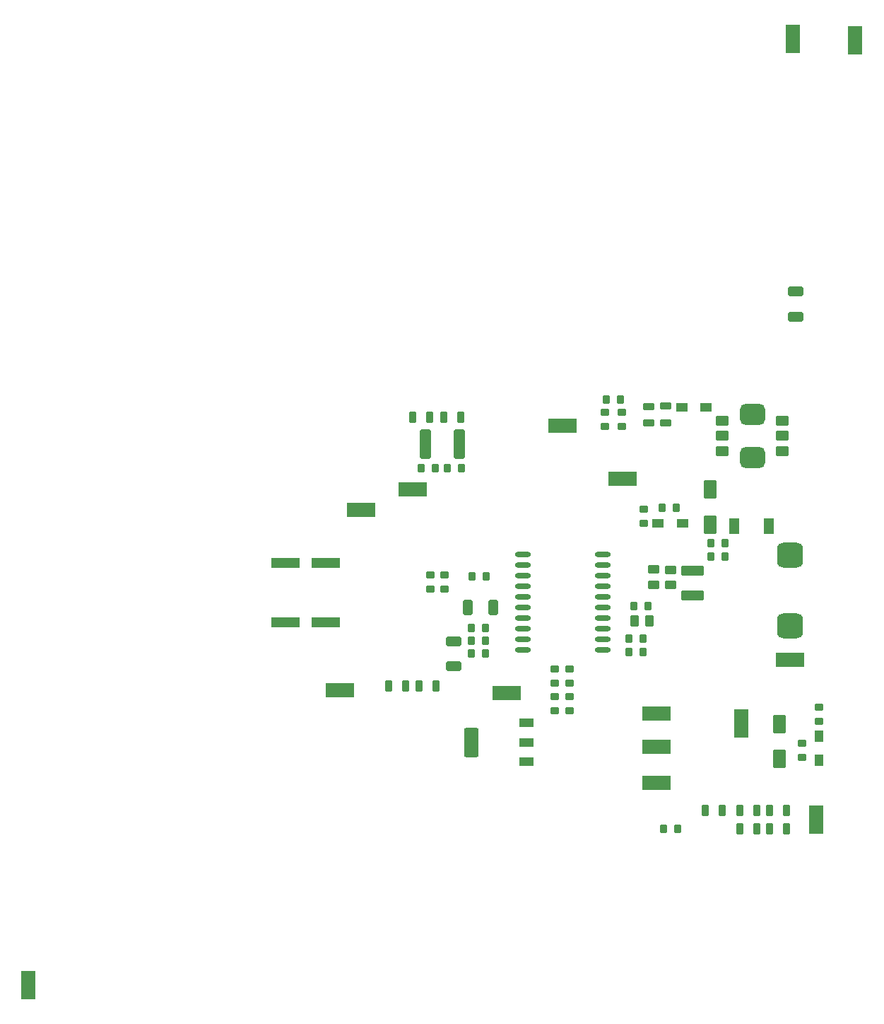
<source format=gtp>
G04 Layer_Color=8421504*
%FSLAX25Y25*%
%MOIN*%
G70*
G01*
G75*
G04:AMPARAMS|DCode=11|XSize=55.12mil|YSize=39.37mil|CornerRadius=4.92mil|HoleSize=0mil|Usage=FLASHONLY|Rotation=90.000|XOffset=0mil|YOffset=0mil|HoleType=Round|Shape=RoundedRectangle|*
%AMROUNDEDRECTD11*
21,1,0.05512,0.02953,0,0,90.0*
21,1,0.04528,0.03937,0,0,90.0*
1,1,0.00984,0.01476,0.02264*
1,1,0.00984,0.01476,-0.02264*
1,1,0.00984,-0.01476,-0.02264*
1,1,0.00984,-0.01476,0.02264*
%
%ADD11ROUNDEDRECTD11*%
%ADD12R,0.07087X0.13780*%
G04:AMPARAMS|DCode=13|XSize=51.18mil|YSize=31.5mil|CornerRadius=3.94mil|HoleSize=0mil|Usage=FLASHONLY|Rotation=0.000|XOffset=0mil|YOffset=0mil|HoleType=Round|Shape=RoundedRectangle|*
%AMROUNDEDRECTD13*
21,1,0.05118,0.02362,0,0,0.0*
21,1,0.04331,0.03150,0,0,0.0*
1,1,0.00787,0.02165,-0.01181*
1,1,0.00787,-0.02165,-0.01181*
1,1,0.00787,-0.02165,0.01181*
1,1,0.00787,0.02165,0.01181*
%
%ADD13ROUNDEDRECTD13*%
G04:AMPARAMS|DCode=14|XSize=70.87mil|YSize=45.28mil|CornerRadius=5.66mil|HoleSize=0mil|Usage=FLASHONLY|Rotation=180.000|XOffset=0mil|YOffset=0mil|HoleType=Round|Shape=RoundedRectangle|*
%AMROUNDEDRECTD14*
21,1,0.07087,0.03396,0,0,180.0*
21,1,0.05955,0.04528,0,0,180.0*
1,1,0.01132,-0.02977,0.01698*
1,1,0.01132,0.02977,0.01698*
1,1,0.01132,0.02977,-0.01698*
1,1,0.01132,-0.02977,-0.01698*
%
%ADD14ROUNDEDRECTD14*%
G04:AMPARAMS|DCode=15|XSize=86.61mil|YSize=59.06mil|CornerRadius=7.38mil|HoleSize=0mil|Usage=FLASHONLY|Rotation=270.000|XOffset=0mil|YOffset=0mil|HoleType=Round|Shape=RoundedRectangle|*
%AMROUNDEDRECTD15*
21,1,0.08661,0.04429,0,0,270.0*
21,1,0.07185,0.05906,0,0,270.0*
1,1,0.01476,-0.02215,-0.03593*
1,1,0.01476,-0.02215,0.03593*
1,1,0.01476,0.02215,0.03593*
1,1,0.01476,0.02215,-0.03593*
%
%ADD15ROUNDEDRECTD15*%
%ADD16O,0.07480X0.02362*%
%ADD17R,0.13780X0.07087*%
G04:AMPARAMS|DCode=18|XSize=51.18mil|YSize=31.5mil|CornerRadius=3.94mil|HoleSize=0mil|Usage=FLASHONLY|Rotation=90.000|XOffset=0mil|YOffset=0mil|HoleType=Round|Shape=RoundedRectangle|*
%AMROUNDEDRECTD18*
21,1,0.05118,0.02362,0,0,90.0*
21,1,0.04331,0.03150,0,0,90.0*
1,1,0.00787,0.01181,0.02165*
1,1,0.00787,0.01181,-0.02165*
1,1,0.00787,-0.01181,-0.02165*
1,1,0.00787,-0.01181,0.02165*
%
%ADD18ROUNDEDRECTD18*%
G04:AMPARAMS|DCode=19|XSize=70.87mil|YSize=45.28mil|CornerRadius=5.66mil|HoleSize=0mil|Usage=FLASHONLY|Rotation=270.000|XOffset=0mil|YOffset=0mil|HoleType=Round|Shape=RoundedRectangle|*
%AMROUNDEDRECTD19*
21,1,0.07087,0.03396,0,0,270.0*
21,1,0.05955,0.04528,0,0,270.0*
1,1,0.01132,-0.01698,-0.02977*
1,1,0.01132,-0.01698,0.02977*
1,1,0.01132,0.01698,0.02977*
1,1,0.01132,0.01698,-0.02977*
%
%ADD19ROUNDEDRECTD19*%
G04:AMPARAMS|DCode=20|XSize=39.37mil|YSize=35.43mil|CornerRadius=4.43mil|HoleSize=0mil|Usage=FLASHONLY|Rotation=270.000|XOffset=0mil|YOffset=0mil|HoleType=Round|Shape=RoundedRectangle|*
%AMROUNDEDRECTD20*
21,1,0.03937,0.02658,0,0,270.0*
21,1,0.03051,0.03543,0,0,270.0*
1,1,0.00886,-0.01329,-0.01526*
1,1,0.00886,-0.01329,0.01526*
1,1,0.00886,0.01329,0.01526*
1,1,0.00886,0.01329,-0.01526*
%
%ADD20ROUNDEDRECTD20*%
G04:AMPARAMS|DCode=21|XSize=39.37mil|YSize=35.43mil|CornerRadius=4.43mil|HoleSize=0mil|Usage=FLASHONLY|Rotation=180.000|XOffset=0mil|YOffset=0mil|HoleType=Round|Shape=RoundedRectangle|*
%AMROUNDEDRECTD21*
21,1,0.03937,0.02658,0,0,180.0*
21,1,0.03051,0.03543,0,0,180.0*
1,1,0.00886,-0.01526,0.01329*
1,1,0.00886,0.01526,0.01329*
1,1,0.00886,0.01526,-0.01329*
1,1,0.00886,-0.01526,-0.01329*
%
%ADD21ROUNDEDRECTD21*%
%ADD22R,0.04882X0.07441*%
%ADD23R,0.13386X0.04724*%
G04:AMPARAMS|DCode=24|XSize=62.99mil|YSize=47.24mil|CornerRadius=11.81mil|HoleSize=0mil|Usage=FLASHONLY|Rotation=180.000|XOffset=0mil|YOffset=0mil|HoleType=Round|Shape=RoundedRectangle|*
%AMROUNDEDRECTD24*
21,1,0.06299,0.02362,0,0,180.0*
21,1,0.03937,0.04724,0,0,180.0*
1,1,0.02362,-0.01969,0.01181*
1,1,0.02362,0.01969,0.01181*
1,1,0.02362,0.01969,-0.01181*
1,1,0.02362,-0.01969,-0.01181*
%
%ADD24ROUNDEDRECTD24*%
G04:AMPARAMS|DCode=25|XSize=118.11mil|YSize=98.43mil|CornerRadius=24.61mil|HoleSize=0mil|Usage=FLASHONLY|Rotation=180.000|XOffset=0mil|YOffset=0mil|HoleType=Round|Shape=RoundedRectangle|*
%AMROUNDEDRECTD25*
21,1,0.11811,0.04921,0,0,180.0*
21,1,0.06890,0.09843,0,0,180.0*
1,1,0.04921,-0.03445,0.02461*
1,1,0.04921,0.03445,0.02461*
1,1,0.04921,0.03445,-0.02461*
1,1,0.04921,-0.03445,-0.02461*
%
%ADD25ROUNDEDRECTD25*%
%ADD26R,0.05276X0.03937*%
%ADD27R,0.03937X0.05276*%
G04:AMPARAMS|DCode=28|XSize=137.8mil|YSize=55.12mil|CornerRadius=6.89mil|HoleSize=0mil|Usage=FLASHONLY|Rotation=270.000|XOffset=0mil|YOffset=0mil|HoleType=Round|Shape=RoundedRectangle|*
%AMROUNDEDRECTD28*
21,1,0.13780,0.04134,0,0,270.0*
21,1,0.12402,0.05512,0,0,270.0*
1,1,0.01378,-0.02067,-0.06201*
1,1,0.01378,-0.02067,0.06201*
1,1,0.01378,0.02067,0.06201*
1,1,0.01378,0.02067,-0.06201*
%
%ADD28ROUNDEDRECTD28*%
G04:AMPARAMS|DCode=29|XSize=122.05mil|YSize=118.11mil|CornerRadius=29.53mil|HoleSize=0mil|Usage=FLASHONLY|Rotation=180.000|XOffset=0mil|YOffset=0mil|HoleType=Round|Shape=RoundedRectangle|*
%AMROUNDEDRECTD29*
21,1,0.12205,0.05906,0,0,180.0*
21,1,0.06299,0.11811,0,0,180.0*
1,1,0.05906,-0.03150,0.02953*
1,1,0.05906,0.03150,0.02953*
1,1,0.05906,0.03150,-0.02953*
1,1,0.05906,-0.03150,-0.02953*
%
%ADD29ROUNDEDRECTD29*%
G04:AMPARAMS|DCode=30|XSize=106.3mil|YSize=45.28mil|CornerRadius=5.66mil|HoleSize=0mil|Usage=FLASHONLY|Rotation=0.000|XOffset=0mil|YOffset=0mil|HoleType=Round|Shape=RoundedRectangle|*
%AMROUNDEDRECTD30*
21,1,0.10630,0.03396,0,0,0.0*
21,1,0.09498,0.04528,0,0,0.0*
1,1,0.01132,0.04749,-0.01698*
1,1,0.01132,-0.04749,-0.01698*
1,1,0.01132,-0.04749,0.01698*
1,1,0.01132,0.04749,0.01698*
%
%ADD30ROUNDEDRECTD30*%
G04:AMPARAMS|DCode=31|XSize=55.12mil|YSize=39.37mil|CornerRadius=4.92mil|HoleSize=0mil|Usage=FLASHONLY|Rotation=0.000|XOffset=0mil|YOffset=0mil|HoleType=Round|Shape=RoundedRectangle|*
%AMROUNDEDRECTD31*
21,1,0.05512,0.02953,0,0,0.0*
21,1,0.04528,0.03937,0,0,0.0*
1,1,0.00984,0.02264,-0.01476*
1,1,0.00984,-0.02264,-0.01476*
1,1,0.00984,-0.02264,0.01476*
1,1,0.00984,0.02264,0.01476*
%
%ADD31ROUNDEDRECTD31*%
G04:AMPARAMS|DCode=32|XSize=43.31mil|YSize=68.9mil|CornerRadius=5.41mil|HoleSize=0mil|Usage=FLASHONLY|Rotation=90.000|XOffset=0mil|YOffset=0mil|HoleType=Round|Shape=RoundedRectangle|*
%AMROUNDEDRECTD32*
21,1,0.04331,0.05807,0,0,90.0*
21,1,0.03248,0.06890,0,0,90.0*
1,1,0.01083,0.02904,0.01624*
1,1,0.01083,0.02904,-0.01624*
1,1,0.01083,-0.02904,-0.01624*
1,1,0.01083,-0.02904,0.01624*
%
%ADD32ROUNDEDRECTD32*%
G04:AMPARAMS|DCode=33|XSize=43.31mil|YSize=68.9mil|CornerRadius=5.41mil|HoleSize=0mil|Usage=FLASHONLY|Rotation=90.000|XOffset=0mil|YOffset=0mil|HoleType=Round|Shape=RoundedRectangle|*
%AMROUNDEDRECTD33*
21,1,0.04331,0.05807,0,0,90.0*
21,1,0.03248,0.06890,0,0,90.0*
1,1,0.01083,0.02904,0.01624*
1,1,0.01083,0.02904,-0.01624*
1,1,0.01083,-0.02904,-0.01624*
1,1,0.01083,-0.02904,0.01624*
%
%ADD33ROUNDEDRECTD33*%
G04:AMPARAMS|DCode=34|XSize=137.8mil|YSize=68.9mil|CornerRadius=8.61mil|HoleSize=0mil|Usage=FLASHONLY|Rotation=90.000|XOffset=0mil|YOffset=0mil|HoleType=Round|Shape=RoundedRectangle|*
%AMROUNDEDRECTD34*
21,1,0.13780,0.05167,0,0,90.0*
21,1,0.12057,0.06890,0,0,90.0*
1,1,0.01722,0.02584,0.06029*
1,1,0.01722,0.02584,-0.06029*
1,1,0.01722,-0.02584,-0.06029*
1,1,0.01722,-0.02584,0.06029*
%
%ADD34ROUNDEDRECTD34*%
D11*
X371257Y194500D02*
D03*
X378343D02*
D03*
D12*
X475500Y468300D02*
D03*
X421700Y146300D02*
D03*
X457100Y101000D02*
D03*
X446000Y468800D02*
D03*
X85500Y22900D02*
D03*
D13*
X385958Y295698D02*
D03*
Y287824D02*
D03*
X377958Y295635D02*
D03*
Y287761D02*
D03*
D14*
X447500Y337995D02*
D03*
Y349805D02*
D03*
X286100Y173094D02*
D03*
Y184906D02*
D03*
D15*
X406900Y239832D02*
D03*
Y256368D02*
D03*
X439700Y145968D02*
D03*
Y129432D02*
D03*
D16*
X356201Y180700D02*
D03*
Y185700D02*
D03*
Y190700D02*
D03*
Y195700D02*
D03*
Y200700D02*
D03*
Y205700D02*
D03*
Y210700D02*
D03*
Y215700D02*
D03*
Y220700D02*
D03*
Y225700D02*
D03*
X318799Y180700D02*
D03*
Y185700D02*
D03*
Y190700D02*
D03*
Y195700D02*
D03*
Y200700D02*
D03*
Y205700D02*
D03*
Y210700D02*
D03*
Y215700D02*
D03*
Y220700D02*
D03*
Y225700D02*
D03*
D17*
X365700Y261500D02*
D03*
X311000Y160600D02*
D03*
X266700Y256600D02*
D03*
X232300Y161800D02*
D03*
X242300Y246900D02*
D03*
X381800Y118200D02*
D03*
X381700Y150900D02*
D03*
X337200Y286500D02*
D03*
X381700Y135100D02*
D03*
X444700Y176100D02*
D03*
D18*
X277637Y163800D02*
D03*
X269763D02*
D03*
X289237Y290400D02*
D03*
X281363D02*
D03*
X263237Y163800D02*
D03*
X255363D02*
D03*
X274537Y290400D02*
D03*
X266663D02*
D03*
X412700Y105100D02*
D03*
X404826D02*
D03*
X442937D02*
D03*
X435063D02*
D03*
X428879D02*
D03*
X421005D02*
D03*
X428942Y96600D02*
D03*
X421068D02*
D03*
X442942D02*
D03*
X435068D02*
D03*
D19*
X292789Y200700D02*
D03*
X304600D02*
D03*
D20*
X300946Y179105D02*
D03*
X294253D02*
D03*
Y185105D02*
D03*
X300946D02*
D03*
X407453Y224900D02*
D03*
X414147D02*
D03*
X407453Y231200D02*
D03*
X414147D02*
D03*
X370953Y201500D02*
D03*
X377646D02*
D03*
X301247Y215500D02*
D03*
X294553D02*
D03*
X289647Y266600D02*
D03*
X282954D02*
D03*
X277246D02*
D03*
X270553D02*
D03*
X300946Y191105D02*
D03*
X294253D02*
D03*
X385154Y96600D02*
D03*
X391846D02*
D03*
X368653Y186100D02*
D03*
X375346D02*
D03*
X368653Y179900D02*
D03*
X375346D02*
D03*
X391052Y248000D02*
D03*
X384359D02*
D03*
X364809Y298969D02*
D03*
X358116D02*
D03*
D21*
X333800Y165158D02*
D03*
Y171852D02*
D03*
X275100Y216347D02*
D03*
Y209653D02*
D03*
X281700D02*
D03*
Y216347D02*
D03*
X458305Y147054D02*
D03*
Y153746D02*
D03*
X450305Y130053D02*
D03*
Y136747D02*
D03*
X375705Y240653D02*
D03*
Y247346D02*
D03*
X340800Y152158D02*
D03*
Y158852D02*
D03*
X333800D02*
D03*
Y152158D02*
D03*
X340800Y165158D02*
D03*
Y171851D02*
D03*
X357462Y292815D02*
D03*
Y286122D02*
D03*
X365462Y292815D02*
D03*
Y286122D02*
D03*
D22*
X434531Y239100D02*
D03*
X418469D02*
D03*
D23*
X206700Y193700D02*
D03*
X225598D02*
D03*
X206702Y222000D02*
D03*
X225600D02*
D03*
D24*
X441173Y274416D02*
D03*
Y281700D02*
D03*
Y288983D02*
D03*
X412827D02*
D03*
Y281700D02*
D03*
Y274416D02*
D03*
D25*
X427000Y271464D02*
D03*
Y291936D02*
D03*
D26*
X382496Y240500D02*
D03*
X393914D02*
D03*
X393588Y295300D02*
D03*
X405005D02*
D03*
D27*
X458305Y140109D02*
D03*
Y128691D02*
D03*
D28*
X288676Y277800D02*
D03*
X272534D02*
D03*
D29*
X444600Y192168D02*
D03*
Y225632D02*
D03*
D30*
X398700Y206395D02*
D03*
Y218205D02*
D03*
D31*
X380500Y211657D02*
D03*
Y218743D02*
D03*
X388200Y211557D02*
D03*
Y218643D02*
D03*
D32*
X320492Y128245D02*
D03*
D33*
Y137300D02*
D03*
Y146355D02*
D03*
D34*
X294508Y137300D02*
D03*
M02*

</source>
